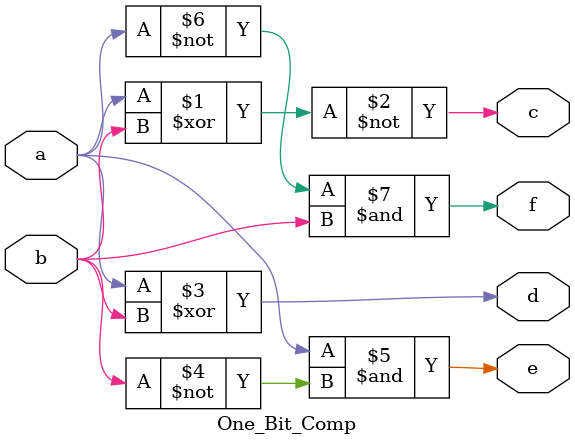
<source format=v>
`timescale 1ns / 1ps


module One_Bit_Comp(
    input a, b,
    output c, d, e, f
    );
    assign c = ~(a^b);
    assign d = a^b;
    assign e = a&(~b);
    assign f = (~a)&b;
endmodule

</source>
